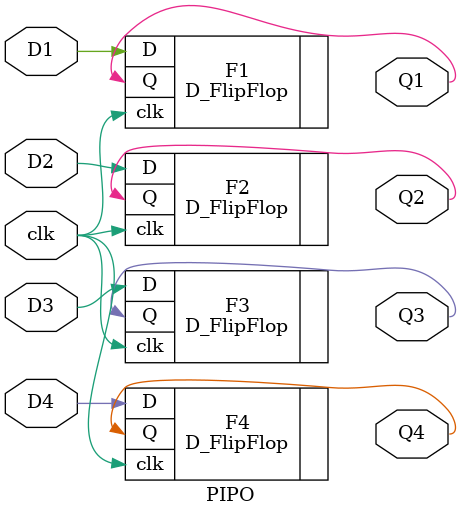
<source format=v>
module PIPO(D1,D2,D3,D4,Q1,Q2,Q3,Q4,clk);
input D1,D2,D3,D4;
input clk;
output Q1,Q2,Q3,Q4;
D_FlipFlop F1(.D(D1),.Q(Q1),.clk(clk));
D_FlipFlop F2(.D(D2),.Q(Q2),.clk(clk));
D_FlipFlop F3(.D(D3),.Q(Q3),.clk(clk));
D_FlipFlop F4(.D(D4),.Q(Q4),.clk(clk));

endmodule
</source>
